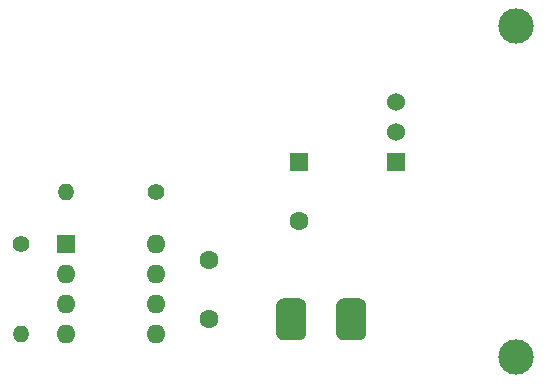
<source format=gbr>
%TF.GenerationSoftware,KiCad,Pcbnew,5.1.5+dfsg1-2build2*%
%TF.CreationDate,2020-09-04T09:29:52+02:00*%
%TF.ProjectId,amp-meter-dc,616d702d-6d65-4746-9572-2d64632e6b69,rev?*%
%TF.SameCoordinates,PX1dac6f8PY6049a88*%
%TF.FileFunction,Copper,L1,Top*%
%TF.FilePolarity,Positive*%
%FSLAX46Y46*%
G04 Gerber Fmt 4.6, Leading zero omitted, Abs format (unit mm)*
G04 Created by KiCad (PCBNEW 5.1.5+dfsg1-2build2) date 2020-09-04 09:29:52*
%MOMM*%
%LPD*%
G04 APERTURE LIST*
%TA.AperFunction,WasherPad*%
%ADD10C,3.000000*%
%TD*%
%TA.AperFunction,ComponentPad*%
%ADD11R,1.524000X1.524000*%
%TD*%
%TA.AperFunction,ComponentPad*%
%ADD12C,1.524000*%
%TD*%
%TA.AperFunction,ComponentPad*%
%ADD13R,1.600000X1.600000*%
%TD*%
%TA.AperFunction,ComponentPad*%
%ADD14C,1.600000*%
%TD*%
%TA.AperFunction,ComponentPad*%
%ADD15C,0.150000*%
%TD*%
%TA.AperFunction,ComponentPad*%
%ADD16C,1.400000*%
%TD*%
%TA.AperFunction,ComponentPad*%
%ADD17O,1.400000X1.400000*%
%TD*%
%TA.AperFunction,ComponentPad*%
%ADD18O,1.600000X1.600000*%
%TD*%
G04 APERTURE END LIST*
D10*
%TO.P,U2,*%
%TO.N,*%
X53340000Y2510000D03*
X53340000Y30510000D03*
D11*
%TO.P,U2,1*%
%TO.N,+12V*%
X43180000Y19050000D03*
D12*
%TO.P,U2,2*%
%TO.N,GND*%
X43180000Y21590000D03*
%TO.P,U2,3*%
%TO.N,Net-(R3-Pad1)*%
X43180000Y24130000D03*
%TD*%
D13*
%TO.P,C1,1*%
%TO.N,+12V*%
X34925000Y19050000D03*
D14*
%TO.P,C1,2*%
%TO.N,GND*%
X34925000Y14050000D03*
%TD*%
%TO.P,C2,1*%
%TO.N,+12V*%
X27305000Y5715000D03*
%TO.P,C2,2*%
%TO.N,GND*%
X27305000Y10715000D03*
%TD*%
%TA.AperFunction,ComponentPad*%
D15*
%TO.P,J1,1*%
%TO.N,+12V*%
G36*
X34987241Y7481942D02*
G01*
X35048882Y7472799D01*
X35109331Y7457657D01*
X35168004Y7436664D01*
X35224337Y7410020D01*
X35277787Y7377983D01*
X35327840Y7340862D01*
X35374013Y7299013D01*
X35415862Y7252840D01*
X35452983Y7202787D01*
X35485020Y7149337D01*
X35511664Y7093004D01*
X35532657Y7034331D01*
X35547799Y6973882D01*
X35556942Y6912241D01*
X35560000Y6850000D01*
X35560000Y4580000D01*
X35556942Y4517759D01*
X35547799Y4456118D01*
X35532657Y4395669D01*
X35511664Y4336996D01*
X35485020Y4280663D01*
X35452983Y4227213D01*
X35415862Y4177160D01*
X35374013Y4130987D01*
X35327840Y4089138D01*
X35277787Y4052017D01*
X35224337Y4019980D01*
X35168004Y3993336D01*
X35109331Y3972343D01*
X35048882Y3957201D01*
X34987241Y3948058D01*
X34925000Y3945000D01*
X33655000Y3945000D01*
X33592759Y3948058D01*
X33531118Y3957201D01*
X33470669Y3972343D01*
X33411996Y3993336D01*
X33355663Y4019980D01*
X33302213Y4052017D01*
X33252160Y4089138D01*
X33205987Y4130987D01*
X33164138Y4177160D01*
X33127017Y4227213D01*
X33094980Y4280663D01*
X33068336Y4336996D01*
X33047343Y4395669D01*
X33032201Y4456118D01*
X33023058Y4517759D01*
X33020000Y4580000D01*
X33020000Y6850000D01*
X33023058Y6912241D01*
X33032201Y6973882D01*
X33047343Y7034331D01*
X33068336Y7093004D01*
X33094980Y7149337D01*
X33127017Y7202787D01*
X33164138Y7252840D01*
X33205987Y7299013D01*
X33252160Y7340862D01*
X33302213Y7377983D01*
X33355663Y7410020D01*
X33411996Y7436664D01*
X33470669Y7457657D01*
X33531118Y7472799D01*
X33592759Y7481942D01*
X33655000Y7485000D01*
X34925000Y7485000D01*
X34987241Y7481942D01*
G37*
%TD.AperFunction*%
%TA.AperFunction,ComponentPad*%
%TO.P,J1,2*%
%TO.N,GND*%
G36*
X40067241Y7481942D02*
G01*
X40128882Y7472799D01*
X40189331Y7457657D01*
X40248004Y7436664D01*
X40304337Y7410020D01*
X40357787Y7377983D01*
X40407840Y7340862D01*
X40454013Y7299013D01*
X40495862Y7252840D01*
X40532983Y7202787D01*
X40565020Y7149337D01*
X40591664Y7093004D01*
X40612657Y7034331D01*
X40627799Y6973882D01*
X40636942Y6912241D01*
X40640000Y6850000D01*
X40640000Y4580000D01*
X40636942Y4517759D01*
X40627799Y4456118D01*
X40612657Y4395669D01*
X40591664Y4336996D01*
X40565020Y4280663D01*
X40532983Y4227213D01*
X40495862Y4177160D01*
X40454013Y4130987D01*
X40407840Y4089138D01*
X40357787Y4052017D01*
X40304337Y4019980D01*
X40248004Y3993336D01*
X40189331Y3972343D01*
X40128882Y3957201D01*
X40067241Y3948058D01*
X40005000Y3945000D01*
X38735000Y3945000D01*
X38672759Y3948058D01*
X38611118Y3957201D01*
X38550669Y3972343D01*
X38491996Y3993336D01*
X38435663Y4019980D01*
X38382213Y4052017D01*
X38332160Y4089138D01*
X38285987Y4130987D01*
X38244138Y4177160D01*
X38207017Y4227213D01*
X38174980Y4280663D01*
X38148336Y4336996D01*
X38127343Y4395669D01*
X38112201Y4456118D01*
X38103058Y4517759D01*
X38100000Y4580000D01*
X38100000Y6850000D01*
X38103058Y6912241D01*
X38112201Y6973882D01*
X38127343Y7034331D01*
X38148336Y7093004D01*
X38174980Y7149337D01*
X38207017Y7202787D01*
X38244138Y7252840D01*
X38285987Y7299013D01*
X38332160Y7340862D01*
X38382213Y7377983D01*
X38435663Y7410020D01*
X38491996Y7436664D01*
X38550669Y7457657D01*
X38611118Y7472799D01*
X38672759Y7481942D01*
X38735000Y7485000D01*
X40005000Y7485000D01*
X40067241Y7481942D01*
G37*
%TD.AperFunction*%
%TD*%
D16*
%TO.P,R2,1*%
%TO.N,Net-(R2-Pad1)*%
X11430000Y12065000D03*
D17*
%TO.P,R2,2*%
%TO.N,GND*%
X11430000Y4445000D03*
%TD*%
%TO.P,R3,2*%
%TO.N,Net-(R2-Pad1)*%
X15240000Y16510000D03*
D16*
%TO.P,R3,1*%
%TO.N,Net-(R3-Pad1)*%
X22860000Y16510000D03*
%TD*%
D13*
%TO.P,U1,1*%
%TO.N,Net-(R3-Pad1)*%
X15240000Y12065000D03*
D18*
%TO.P,U1,5*%
%TO.N,Net-(U1-Pad5)*%
X22860000Y4445000D03*
%TO.P,U1,2*%
%TO.N,Net-(R2-Pad1)*%
X15240000Y9525000D03*
%TO.P,U1,6*%
%TO.N,GND*%
X22860000Y6985000D03*
%TO.P,U1,3*%
%TO.N,Net-(R1-Pad1)*%
X15240000Y6985000D03*
%TO.P,U1,7*%
%TO.N,Net-(U1-Pad5)*%
X22860000Y9525000D03*
%TO.P,U1,4*%
%TO.N,GND*%
X15240000Y4445000D03*
%TO.P,U1,8*%
%TO.N,+12V*%
X22860000Y12065000D03*
%TD*%
M02*

</source>
